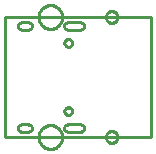
<source format=gbr>
G04 EAGLE Gerber RS-274X export*
G75*
%MOMM*%
%FSLAX34Y34*%
%LPD*%
%IN*%
%IPPOS*%
%AMOC8*
5,1,8,0,0,1.08239X$1,22.5*%
G01*
%ADD10C,0.254000*%


D10*
X0Y469900D02*
X123700Y469900D01*
X123700Y571400D01*
X0Y571400D01*
X0Y469900D01*
X10570Y477500D02*
X10581Y477239D01*
X10616Y476979D01*
X10672Y476724D01*
X10751Y476474D01*
X10851Y476232D01*
X10972Y476000D01*
X11113Y475779D01*
X11272Y475572D01*
X11449Y475379D01*
X11642Y475202D01*
X11849Y475043D01*
X12070Y474902D01*
X12302Y474781D01*
X12544Y474681D01*
X12794Y474602D01*
X13049Y474546D01*
X13309Y474511D01*
X13570Y474500D01*
X19570Y474500D01*
X19831Y474511D01*
X20091Y474546D01*
X20346Y474602D01*
X20596Y474681D01*
X20838Y474781D01*
X21070Y474902D01*
X21291Y475043D01*
X21498Y475202D01*
X21691Y475379D01*
X21868Y475572D01*
X22027Y475779D01*
X22168Y476000D01*
X22289Y476232D01*
X22389Y476474D01*
X22468Y476724D01*
X22524Y476979D01*
X22559Y477239D01*
X22570Y477500D01*
X22559Y477761D01*
X22524Y478021D01*
X22468Y478276D01*
X22389Y478526D01*
X22289Y478768D01*
X22168Y479000D01*
X22027Y479221D01*
X21868Y479428D01*
X21691Y479621D01*
X21498Y479798D01*
X21291Y479957D01*
X21070Y480098D01*
X20838Y480219D01*
X20596Y480319D01*
X20346Y480398D01*
X20091Y480454D01*
X19831Y480489D01*
X19570Y480500D01*
X13570Y480500D01*
X13309Y480489D01*
X13049Y480454D01*
X12794Y480398D01*
X12544Y480319D01*
X12302Y480219D01*
X12070Y480098D01*
X11849Y479957D01*
X11642Y479798D01*
X11449Y479621D01*
X11272Y479428D01*
X11113Y479221D01*
X10972Y479000D01*
X10851Y478768D01*
X10751Y478526D01*
X10672Y478276D01*
X10616Y478021D01*
X10581Y477761D01*
X10570Y477500D01*
X10570Y563900D02*
X10581Y563639D01*
X10616Y563379D01*
X10672Y563124D01*
X10751Y562874D01*
X10851Y562632D01*
X10972Y562400D01*
X11113Y562179D01*
X11272Y561972D01*
X11449Y561779D01*
X11642Y561602D01*
X11849Y561443D01*
X12070Y561302D01*
X12302Y561181D01*
X12544Y561081D01*
X12794Y561002D01*
X13049Y560946D01*
X13309Y560911D01*
X13570Y560900D01*
X19570Y560900D01*
X19831Y560911D01*
X20091Y560946D01*
X20346Y561002D01*
X20596Y561081D01*
X20838Y561181D01*
X21070Y561302D01*
X21291Y561443D01*
X21498Y561602D01*
X21691Y561779D01*
X21868Y561972D01*
X22027Y562179D01*
X22168Y562400D01*
X22289Y562632D01*
X22389Y562874D01*
X22468Y563124D01*
X22524Y563379D01*
X22559Y563639D01*
X22570Y563900D01*
X22559Y564161D01*
X22524Y564421D01*
X22468Y564676D01*
X22389Y564926D01*
X22289Y565168D01*
X22168Y565400D01*
X22027Y565621D01*
X21868Y565828D01*
X21691Y566021D01*
X21498Y566198D01*
X21291Y566357D01*
X21070Y566498D01*
X20838Y566619D01*
X20596Y566719D01*
X20346Y566798D01*
X20091Y566854D01*
X19831Y566889D01*
X19570Y566900D01*
X13570Y566900D01*
X13309Y566889D01*
X13049Y566854D01*
X12794Y566798D01*
X12544Y566719D01*
X12302Y566619D01*
X12070Y566498D01*
X11849Y566357D01*
X11642Y566198D01*
X11449Y566021D01*
X11272Y565828D01*
X11113Y565621D01*
X10972Y565400D01*
X10851Y565168D01*
X10751Y564926D01*
X10672Y564676D01*
X10616Y564421D01*
X10581Y564161D01*
X10570Y563900D01*
X49870Y477500D02*
X49881Y477239D01*
X49916Y476979D01*
X49972Y476724D01*
X50051Y476474D01*
X50151Y476232D01*
X50272Y476000D01*
X50413Y475779D01*
X50572Y475572D01*
X50749Y475379D01*
X50942Y475202D01*
X51149Y475043D01*
X51370Y474902D01*
X51602Y474781D01*
X51844Y474681D01*
X52094Y474602D01*
X52349Y474546D01*
X52609Y474511D01*
X52870Y474500D01*
X63870Y474500D01*
X64131Y474511D01*
X64391Y474546D01*
X64646Y474602D01*
X64896Y474681D01*
X65138Y474781D01*
X65370Y474902D01*
X65591Y475043D01*
X65798Y475202D01*
X65991Y475379D01*
X66168Y475572D01*
X66327Y475779D01*
X66468Y476000D01*
X66589Y476232D01*
X66689Y476474D01*
X66768Y476724D01*
X66824Y476979D01*
X66859Y477239D01*
X66870Y477500D01*
X66859Y477761D01*
X66824Y478021D01*
X66768Y478276D01*
X66689Y478526D01*
X66589Y478768D01*
X66468Y479000D01*
X66327Y479221D01*
X66168Y479428D01*
X65991Y479621D01*
X65798Y479798D01*
X65591Y479957D01*
X65370Y480098D01*
X65138Y480219D01*
X64896Y480319D01*
X64646Y480398D01*
X64391Y480454D01*
X64131Y480489D01*
X63870Y480500D01*
X52870Y480500D01*
X52609Y480489D01*
X52349Y480454D01*
X52094Y480398D01*
X51844Y480319D01*
X51602Y480219D01*
X51370Y480098D01*
X51149Y479957D01*
X50942Y479798D01*
X50749Y479621D01*
X50572Y479428D01*
X50413Y479221D01*
X50272Y479000D01*
X50151Y478768D01*
X50051Y478526D01*
X49972Y478276D01*
X49916Y478021D01*
X49881Y477761D01*
X49870Y477500D01*
X49870Y563900D02*
X49881Y563639D01*
X49916Y563379D01*
X49972Y563124D01*
X50051Y562874D01*
X50151Y562632D01*
X50272Y562400D01*
X50413Y562179D01*
X50572Y561972D01*
X50749Y561779D01*
X50942Y561602D01*
X51149Y561443D01*
X51370Y561302D01*
X51602Y561181D01*
X51844Y561081D01*
X52094Y561002D01*
X52349Y560946D01*
X52609Y560911D01*
X52870Y560900D01*
X63870Y560900D01*
X64131Y560911D01*
X64391Y560946D01*
X64646Y561002D01*
X64896Y561081D01*
X65138Y561181D01*
X65370Y561302D01*
X65591Y561443D01*
X65798Y561602D01*
X65991Y561779D01*
X66168Y561972D01*
X66327Y562179D01*
X66468Y562400D01*
X66589Y562632D01*
X66689Y562874D01*
X66768Y563124D01*
X66824Y563379D01*
X66859Y563639D01*
X66870Y563900D01*
X66859Y564161D01*
X66824Y564421D01*
X66768Y564676D01*
X66689Y564926D01*
X66589Y565168D01*
X66468Y565400D01*
X66327Y565621D01*
X66168Y565828D01*
X65991Y566021D01*
X65798Y566198D01*
X65591Y566357D01*
X65370Y566498D01*
X65138Y566619D01*
X64896Y566719D01*
X64646Y566798D01*
X64391Y566854D01*
X64131Y566889D01*
X63870Y566900D01*
X52870Y566900D01*
X52609Y566889D01*
X52349Y566854D01*
X52094Y566798D01*
X51844Y566719D01*
X51602Y566619D01*
X51370Y566498D01*
X51149Y566357D01*
X50942Y566198D01*
X50749Y566021D01*
X50572Y565828D01*
X50413Y565621D01*
X50272Y565400D01*
X50151Y565168D01*
X50051Y564926D01*
X49972Y564676D01*
X49916Y564421D01*
X49881Y564161D01*
X49870Y563900D01*
X48100Y571063D02*
X48024Y570194D01*
X47872Y569334D01*
X47646Y568490D01*
X47348Y567670D01*
X46979Y566878D01*
X46542Y566122D01*
X46041Y565407D01*
X45480Y564738D01*
X44862Y564120D01*
X44193Y563559D01*
X43478Y563058D01*
X42722Y562621D01*
X41930Y562252D01*
X41110Y561954D01*
X40266Y561728D01*
X39407Y561576D01*
X38537Y561500D01*
X37663Y561500D01*
X36794Y561576D01*
X35934Y561728D01*
X35090Y561954D01*
X34270Y562252D01*
X33478Y562621D01*
X32722Y563058D01*
X32007Y563559D01*
X31338Y564120D01*
X30720Y564738D01*
X30159Y565407D01*
X29658Y566122D01*
X29221Y566878D01*
X28852Y567670D01*
X28554Y568490D01*
X28328Y569334D01*
X28176Y570194D01*
X28100Y571063D01*
X28100Y571937D01*
X28176Y572807D01*
X28328Y573666D01*
X28554Y574510D01*
X28852Y575330D01*
X29221Y576122D01*
X29658Y576878D01*
X30159Y577593D01*
X30720Y578262D01*
X31338Y578880D01*
X32007Y579441D01*
X32722Y579942D01*
X33478Y580379D01*
X34270Y580748D01*
X35090Y581046D01*
X35934Y581272D01*
X36794Y581424D01*
X37663Y581500D01*
X38537Y581500D01*
X39407Y581424D01*
X40266Y581272D01*
X41110Y581046D01*
X41930Y580748D01*
X42722Y580379D01*
X43478Y579942D01*
X44193Y579441D01*
X44862Y578880D01*
X45480Y578262D01*
X46041Y577593D01*
X46542Y576878D01*
X46979Y576122D01*
X47348Y575330D01*
X47646Y574510D01*
X47872Y573666D01*
X48024Y572807D01*
X48100Y571937D01*
X48100Y571063D01*
X48100Y469463D02*
X48024Y468594D01*
X47872Y467734D01*
X47646Y466890D01*
X47348Y466070D01*
X46979Y465278D01*
X46542Y464522D01*
X46041Y463807D01*
X45480Y463138D01*
X44862Y462520D01*
X44193Y461959D01*
X43478Y461458D01*
X42722Y461021D01*
X41930Y460652D01*
X41110Y460354D01*
X40266Y460128D01*
X39407Y459976D01*
X38537Y459900D01*
X37663Y459900D01*
X36794Y459976D01*
X35934Y460128D01*
X35090Y460354D01*
X34270Y460652D01*
X33478Y461021D01*
X32722Y461458D01*
X32007Y461959D01*
X31338Y462520D01*
X30720Y463138D01*
X30159Y463807D01*
X29658Y464522D01*
X29221Y465278D01*
X28852Y466070D01*
X28554Y466890D01*
X28328Y467734D01*
X28176Y468594D01*
X28100Y469463D01*
X28100Y470337D01*
X28176Y471207D01*
X28328Y472066D01*
X28554Y472910D01*
X28852Y473730D01*
X29221Y474522D01*
X29658Y475278D01*
X30159Y475993D01*
X30720Y476662D01*
X31338Y477280D01*
X32007Y477841D01*
X32722Y478342D01*
X33478Y478779D01*
X34270Y479148D01*
X35090Y479446D01*
X35934Y479672D01*
X36794Y479824D01*
X37663Y479900D01*
X38537Y479900D01*
X39407Y479824D01*
X40266Y479672D01*
X41110Y479446D01*
X41930Y479148D01*
X42722Y478779D01*
X43478Y478342D01*
X44193Y477841D01*
X44862Y477280D01*
X45480Y476662D01*
X46041Y475993D01*
X46542Y475278D01*
X46979Y474522D01*
X47348Y473730D01*
X47646Y472910D01*
X47872Y472066D01*
X48024Y471207D01*
X48100Y470337D01*
X48100Y469463D01*
X95170Y571219D02*
X95107Y570661D01*
X94982Y570114D01*
X94797Y569584D01*
X94553Y569078D01*
X94254Y568602D01*
X93904Y568163D01*
X93507Y567766D01*
X93068Y567416D01*
X92592Y567117D01*
X92086Y566873D01*
X91556Y566688D01*
X91009Y566563D01*
X90451Y566500D01*
X89889Y566500D01*
X89331Y566563D01*
X88784Y566688D01*
X88254Y566873D01*
X87748Y567117D01*
X87272Y567416D01*
X86833Y567766D01*
X86436Y568163D01*
X86086Y568602D01*
X85787Y569078D01*
X85543Y569584D01*
X85358Y570114D01*
X85233Y570661D01*
X85170Y571219D01*
X85170Y571781D01*
X85233Y572339D01*
X85358Y572886D01*
X85543Y573416D01*
X85787Y573922D01*
X86086Y574398D01*
X86436Y574837D01*
X86833Y575234D01*
X87272Y575584D01*
X87748Y575883D01*
X88254Y576127D01*
X88784Y576312D01*
X89331Y576437D01*
X89889Y576500D01*
X90451Y576500D01*
X91009Y576437D01*
X91556Y576312D01*
X92086Y576127D01*
X92592Y575883D01*
X93068Y575584D01*
X93507Y575234D01*
X93904Y574837D01*
X94254Y574398D01*
X94553Y573922D01*
X94797Y573416D01*
X94982Y572886D01*
X95107Y572339D01*
X95170Y571781D01*
X95170Y571219D01*
X95170Y469619D02*
X95107Y469061D01*
X94982Y468514D01*
X94797Y467984D01*
X94553Y467478D01*
X94254Y467002D01*
X93904Y466563D01*
X93507Y466166D01*
X93068Y465816D01*
X92592Y465517D01*
X92086Y465273D01*
X91556Y465088D01*
X91009Y464963D01*
X90451Y464900D01*
X89889Y464900D01*
X89331Y464963D01*
X88784Y465088D01*
X88254Y465273D01*
X87748Y465517D01*
X87272Y465816D01*
X86833Y466166D01*
X86436Y466563D01*
X86086Y467002D01*
X85787Y467478D01*
X85543Y467984D01*
X85358Y468514D01*
X85233Y469061D01*
X85170Y469619D01*
X85170Y470181D01*
X85233Y470739D01*
X85358Y471286D01*
X85543Y471816D01*
X85787Y472322D01*
X86086Y472798D01*
X86436Y473237D01*
X86833Y473634D01*
X87272Y473984D01*
X87748Y474283D01*
X88254Y474527D01*
X88784Y474712D01*
X89331Y474837D01*
X89889Y474900D01*
X90451Y474900D01*
X91009Y474837D01*
X91556Y474712D01*
X92086Y474527D01*
X92592Y474283D01*
X93068Y473984D01*
X93507Y473634D01*
X93904Y473237D01*
X94254Y472798D01*
X94553Y472322D01*
X94797Y471816D01*
X94982Y471286D01*
X95107Y470739D01*
X95170Y470181D01*
X95170Y469619D01*
X53157Y546350D02*
X52735Y546406D01*
X52323Y546516D01*
X51929Y546679D01*
X51561Y546892D01*
X51223Y547151D01*
X50921Y547453D01*
X50662Y547791D01*
X50449Y548159D01*
X50286Y548553D01*
X50176Y548965D01*
X50120Y549387D01*
X50120Y549813D01*
X50176Y550235D01*
X50286Y550647D01*
X50449Y551041D01*
X50662Y551409D01*
X50921Y551747D01*
X51223Y552049D01*
X51561Y552308D01*
X51929Y552521D01*
X52323Y552684D01*
X52735Y552794D01*
X53157Y552850D01*
X53583Y552850D01*
X54005Y552794D01*
X54417Y552684D01*
X54811Y552521D01*
X55179Y552308D01*
X55517Y552049D01*
X55819Y551747D01*
X56078Y551409D01*
X56291Y551041D01*
X56454Y550647D01*
X56564Y550235D01*
X56620Y549813D01*
X56620Y549387D01*
X56564Y548965D01*
X56454Y548553D01*
X56291Y548159D01*
X56078Y547791D01*
X55819Y547453D01*
X55517Y547151D01*
X55179Y546892D01*
X54811Y546679D01*
X54417Y546516D01*
X54005Y546406D01*
X53583Y546350D01*
X53157Y546350D01*
X53157Y488550D02*
X52735Y488606D01*
X52323Y488716D01*
X51929Y488879D01*
X51561Y489092D01*
X51223Y489351D01*
X50921Y489653D01*
X50662Y489991D01*
X50449Y490359D01*
X50286Y490753D01*
X50176Y491165D01*
X50120Y491587D01*
X50120Y492013D01*
X50176Y492435D01*
X50286Y492847D01*
X50449Y493241D01*
X50662Y493609D01*
X50921Y493947D01*
X51223Y494249D01*
X51561Y494508D01*
X51929Y494721D01*
X52323Y494884D01*
X52735Y494994D01*
X53157Y495050D01*
X53583Y495050D01*
X54005Y494994D01*
X54417Y494884D01*
X54811Y494721D01*
X55179Y494508D01*
X55517Y494249D01*
X55819Y493947D01*
X56078Y493609D01*
X56291Y493241D01*
X56454Y492847D01*
X56564Y492435D01*
X56620Y492013D01*
X56620Y491587D01*
X56564Y491165D01*
X56454Y490753D01*
X56291Y490359D01*
X56078Y489991D01*
X55819Y489653D01*
X55517Y489351D01*
X55179Y489092D01*
X54811Y488879D01*
X54417Y488716D01*
X54005Y488606D01*
X53583Y488550D01*
X53157Y488550D01*
M02*

</source>
